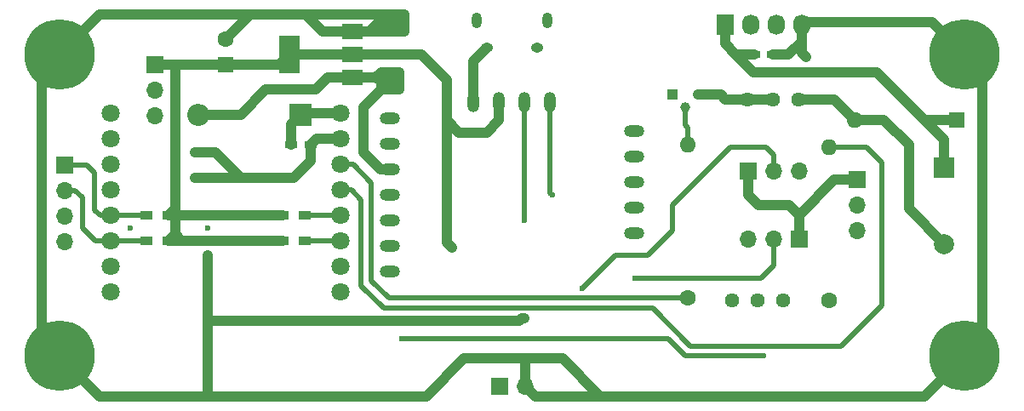
<source format=gbl>
G04 #@! TF.FileFunction,Copper,L2,Bot,Signal*
%FSLAX46Y46*%
G04 Gerber Fmt 4.6, Leading zero omitted, Abs format (unit mm)*
G04 Created by KiCad (PCBNEW 4.0.7) date 08/13/18 20:02:33*
%MOMM*%
%LPD*%
G01*
G04 APERTURE LIST*
%ADD10C,0.100000*%
%ADD11R,2.000000X2.000000*%
%ADD12C,2.000000*%
%ADD13R,1.200000X0.750000*%
%ADD14R,1.600000X1.600000*%
%ADD15C,1.600000*%
%ADD16O,1.600000X1.600000*%
%ADD17C,7.000000*%
%ADD18O,1.250000X0.950000*%
%ADD19O,1.000000X1.550000*%
%ADD20R,1.700000X1.700000*%
%ADD21O,1.700000X1.700000*%
%ADD22C,1.000000*%
%ADD23R,1.000000X1.000000*%
%ADD24R,1.200000X0.900000*%
%ADD25C,1.440000*%
%ADD26R,1.727200X2.032000*%
%ADD27O,1.727200X2.032000*%
%ADD28R,2.000000X3.800000*%
%ADD29R,2.000000X1.500000*%
%ADD30C,1.800000*%
%ADD31O,2.000000X1.200000*%
%ADD32O,1.200000X2.000000*%
%ADD33R,2.200000X2.200000*%
%ADD34O,2.200000X2.200000*%
%ADD35C,0.600000*%
%ADD36C,1.000000*%
%ADD37C,0.500000*%
G04 APERTURE END LIST*
D10*
D11*
X93000000Y-16250000D03*
D12*
X93000000Y-23850000D03*
D13*
X74050000Y-5000000D03*
X75950000Y-5000000D03*
X28050000Y-14000000D03*
X29950000Y-14000000D03*
D14*
X21500000Y-6000000D03*
D15*
X21500000Y-3500000D03*
D14*
X94250000Y-11500000D03*
D16*
X84090000Y-11500000D03*
D17*
X5000000Y-5000000D03*
X5000000Y-35000000D03*
X95000000Y-5000000D03*
X95000000Y-35000000D03*
D18*
X52500000Y-4350000D03*
X47500000Y-4350000D03*
D19*
X53500000Y-1650000D03*
X46500000Y-1650000D03*
D20*
X14500000Y-6000000D03*
D21*
X14500000Y-8540000D03*
X14500000Y-11080000D03*
D22*
X67270000Y-10270000D03*
X68540000Y-9000000D03*
D23*
X66000000Y-9000000D03*
D20*
X48750000Y-38000000D03*
D21*
X51290000Y-38000000D03*
D15*
X67500000Y-29250000D03*
D16*
X67500000Y-14010000D03*
D15*
X81500000Y-29500000D03*
D16*
X81500000Y-14260000D03*
D24*
X15850000Y-21000000D03*
X13650000Y-21000000D03*
X15850000Y-23500000D03*
X13650000Y-23500000D03*
X27150000Y-23500000D03*
X29350000Y-23500000D03*
X27150000Y-21000000D03*
X29350000Y-21000000D03*
D25*
X78500000Y-9500000D03*
X75960000Y-9500000D03*
X73420000Y-9500000D03*
X77000000Y-29500000D03*
X74460000Y-29500000D03*
X71920000Y-29500000D03*
D26*
X71190000Y-2000000D03*
D27*
X73730000Y-2000000D03*
X76270000Y-2000000D03*
X78810000Y-2000000D03*
D28*
X27850000Y-5000000D03*
D29*
X34150000Y-5000000D03*
X34150000Y-7300000D03*
X34150000Y-2700000D03*
D20*
X5500000Y-16000000D03*
D21*
X5500000Y-18540000D03*
X5500000Y-21080000D03*
X5500000Y-23620000D03*
D20*
X84364000Y-17460000D03*
D21*
X84364000Y-20000000D03*
X84364000Y-22540000D03*
D20*
X73460000Y-16636000D03*
D21*
X76000000Y-16636000D03*
X78540000Y-16636000D03*
D20*
X78540000Y-23364000D03*
D21*
X76000000Y-23364000D03*
X73460000Y-23364000D03*
D30*
X32930000Y-28660000D03*
X32930000Y-26120000D03*
X32930000Y-23580000D03*
X32930000Y-21040000D03*
X32930000Y-18500000D03*
X32930000Y-15960000D03*
X32930000Y-13420000D03*
X32930000Y-10880000D03*
X10070000Y-10880000D03*
X10070000Y-13420000D03*
X10070000Y-15960000D03*
X10070000Y-18500000D03*
X10070000Y-21040000D03*
X10070000Y-23580000D03*
X10070000Y-26120000D03*
X10070000Y-28660000D03*
D31*
X37866000Y-11380000D03*
X37866000Y-13920000D03*
X62134000Y-12650000D03*
X37866000Y-16460000D03*
X62134000Y-15190000D03*
X37866000Y-19000000D03*
X62134000Y-17730000D03*
X37866000Y-21540000D03*
X62134000Y-20270000D03*
X37866000Y-24080000D03*
X62134000Y-22810000D03*
X37866000Y-26620000D03*
D32*
X46190000Y-9713000D03*
X48730000Y-9713000D03*
X51270000Y-9713000D03*
X53810000Y-9713000D03*
D33*
X29000000Y-11000000D03*
D34*
X18840000Y-11000000D03*
D35*
X37000000Y-8500000D03*
X38750000Y-8500000D03*
X37000000Y-6750000D03*
X38750000Y-6750000D03*
X18500000Y-14750000D03*
X18500000Y-17250000D03*
X51250000Y-31250000D03*
X19750000Y-25000000D03*
X19750000Y-22250000D03*
X12000000Y-22250000D03*
X79250000Y-5250000D03*
X37500000Y-2750000D03*
X39250000Y-2750000D03*
X39250000Y-1000000D03*
X37500000Y-1000000D03*
X44000000Y-24250000D03*
X51250000Y-21500000D03*
X54000000Y-19000000D03*
X39000000Y-33250000D03*
X75000000Y-35000000D03*
X57000000Y-28250000D03*
X62250000Y-27250000D03*
D36*
X93000000Y-16250000D02*
X93000000Y-13500000D01*
X93000000Y-13500000D02*
X91000000Y-11500000D01*
X94250000Y-11500000D02*
X91000000Y-11500000D01*
X91000000Y-11500000D02*
X86250000Y-6750000D01*
X72250000Y-5000000D02*
X74000000Y-6750000D01*
X74000000Y-6750000D02*
X86250000Y-6750000D01*
X71190000Y-2000000D02*
X71190000Y-3940000D01*
X72250000Y-5000000D02*
X74050000Y-5000000D01*
X71190000Y-3940000D02*
X72250000Y-5000000D01*
X34150000Y-7300000D02*
X31700000Y-7300000D01*
X23000000Y-11000000D02*
X18840000Y-11000000D01*
X25500000Y-8500000D02*
X23000000Y-11000000D01*
X30500000Y-8500000D02*
X25500000Y-8500000D01*
X31700000Y-7300000D02*
X30500000Y-8500000D01*
X37866000Y-16460000D02*
X36960000Y-16460000D01*
X36960000Y-16460000D02*
X35250000Y-14750000D01*
X35250000Y-14750000D02*
X35250000Y-10250000D01*
X35250000Y-10250000D02*
X37000000Y-8500000D01*
X18760000Y-11080000D02*
X18840000Y-11000000D01*
X38750000Y-8500000D02*
X37000000Y-8500000D01*
X37000000Y-6750000D02*
X38750000Y-6750000D01*
X38750000Y-7500000D02*
X37250000Y-7500000D01*
X37250000Y-7500000D02*
X37000000Y-7750000D01*
X37000000Y-8500000D02*
X37000000Y-7750000D01*
X34150000Y-7300000D02*
X36450000Y-7300000D01*
X36450000Y-7300000D02*
X37000000Y-6750000D01*
X38750000Y-6750000D02*
X38750000Y-7500000D01*
X38750000Y-7500000D02*
X38750000Y-8500000D01*
X37000000Y-7750000D02*
X36500000Y-7250000D01*
X78500000Y-9500000D02*
X82090000Y-9500000D01*
X82090000Y-9500000D02*
X84090000Y-11500000D01*
X84090000Y-11500000D02*
X87000000Y-11500000D01*
X87000000Y-11500000D02*
X89500000Y-14000000D01*
X89500000Y-14000000D02*
X89500000Y-20350000D01*
X89500000Y-20350000D02*
X93000000Y-23850000D01*
X3250000Y-9000000D02*
X3250000Y-6750000D01*
X3250000Y-6750000D02*
X5000000Y-5000000D01*
X3250000Y-9000000D02*
X3250000Y-33250000D01*
X3250000Y-33250000D02*
X5000000Y-35000000D01*
X96750000Y-31250000D02*
X96750000Y-33250000D01*
X96750000Y-33250000D02*
X95000000Y-35000000D01*
X96750000Y-31250000D02*
X96750000Y-6750000D01*
X96750000Y-6750000D02*
X95000000Y-5000000D01*
X23750000Y-17250000D02*
X23000000Y-17250000D01*
X20500000Y-14750000D02*
X18500000Y-14750000D01*
X23000000Y-17250000D02*
X20500000Y-14750000D01*
X29950000Y-14000000D02*
X29950000Y-15550000D01*
X28250000Y-17250000D02*
X23750000Y-17250000D01*
X23750000Y-17250000D02*
X18500000Y-17250000D01*
X29950000Y-15550000D02*
X28250000Y-17250000D01*
X19750000Y-31500000D02*
X50750000Y-31500000D01*
X51000000Y-31250000D02*
X51250000Y-31250000D01*
X50750000Y-31500000D02*
X51000000Y-31250000D01*
X19750000Y-25000000D02*
X19750000Y-31500000D01*
X19750000Y-31500000D02*
X19750000Y-39000000D01*
X58750000Y-39000000D02*
X52290000Y-39000000D01*
X52290000Y-39000000D02*
X51290000Y-38000000D01*
X51290000Y-38000000D02*
X51290000Y-35250000D01*
X5000000Y-35000000D02*
X9000000Y-39000000D01*
X91000000Y-39000000D02*
X95000000Y-35000000D01*
X58750000Y-39000000D02*
X91000000Y-39000000D01*
X55000000Y-35250000D02*
X58750000Y-39000000D01*
X45250000Y-35250000D02*
X51290000Y-35250000D01*
X51290000Y-35250000D02*
X55000000Y-35250000D01*
X41500000Y-39000000D02*
X45250000Y-35250000D01*
X9000000Y-39000000D02*
X19750000Y-39000000D01*
X19750000Y-39000000D02*
X41500000Y-39000000D01*
X73460000Y-16636000D02*
X73460000Y-18960000D01*
X77580000Y-20000000D02*
X78540000Y-20960000D01*
X74500000Y-20000000D02*
X77580000Y-20000000D01*
X73460000Y-18960000D02*
X74500000Y-20000000D01*
X78540000Y-23364000D02*
X78540000Y-20960000D01*
X82040000Y-17460000D02*
X84364000Y-17460000D01*
X78540000Y-20960000D02*
X82040000Y-17460000D01*
X78810000Y-3500000D02*
X78810000Y-4810000D01*
X78810000Y-4810000D02*
X79250000Y-5250000D01*
X95000000Y-5000000D02*
X91750000Y-1750000D01*
X91750000Y-1750000D02*
X79060000Y-1750000D01*
X79060000Y-1750000D02*
X78810000Y-2000000D01*
X75950000Y-5000000D02*
X77500000Y-5000000D01*
X78810000Y-3690000D02*
X78810000Y-3500000D01*
X78810000Y-3500000D02*
X78810000Y-2000000D01*
X77500000Y-5000000D02*
X78810000Y-3690000D01*
X24000000Y-1000000D02*
X9000000Y-1000000D01*
X9000000Y-1000000D02*
X5000000Y-5000000D01*
X34150000Y-2700000D02*
X31200000Y-2700000D01*
X31200000Y-2700000D02*
X29500000Y-1000000D01*
X37500000Y-1000000D02*
X29500000Y-1000000D01*
X29500000Y-1000000D02*
X24000000Y-1000000D01*
X24000000Y-1000000D02*
X21500000Y-3500000D01*
X46190000Y-9713000D02*
X46190000Y-5660000D01*
X46190000Y-5660000D02*
X47500000Y-4350000D01*
X32930000Y-13420000D02*
X30530000Y-13420000D01*
X30530000Y-13420000D02*
X29950000Y-14000000D01*
X39250000Y-1000000D02*
X37500000Y-1000000D01*
X39250000Y-2750000D02*
X37500000Y-2750000D01*
X39250000Y-1750000D02*
X36750000Y-1750000D01*
X34150000Y-2700000D02*
X35800000Y-2700000D01*
X35800000Y-2700000D02*
X36750000Y-1750000D01*
X37500000Y-2750000D02*
X35750000Y-2750000D01*
X39250000Y-1000000D02*
X39250000Y-1750000D01*
X39250000Y-1750000D02*
X39250000Y-2750000D01*
X36750000Y-1750000D02*
X37500000Y-1000000D01*
X17500000Y-23500000D02*
X17150000Y-23500000D01*
X17150000Y-23500000D02*
X16500000Y-22850000D01*
X27150000Y-23500000D02*
X17500000Y-23500000D01*
X17500000Y-23500000D02*
X15850000Y-23500000D01*
X27150000Y-21000000D02*
X16500000Y-21000000D01*
X16500000Y-20000000D02*
X16500000Y-21000000D01*
X16500000Y-21000000D02*
X16500000Y-22850000D01*
X16500000Y-22850000D02*
X15850000Y-23500000D01*
X16500000Y-6000000D02*
X16500000Y-20000000D01*
X16500000Y-20000000D02*
X16500000Y-20350000D01*
X16500000Y-20350000D02*
X15850000Y-21000000D01*
X43500000Y-23750000D02*
X43500000Y-11500000D01*
X44000000Y-24250000D02*
X43500000Y-23750000D01*
X34150000Y-5000000D02*
X41000000Y-5000000D01*
X41000000Y-5000000D02*
X43500000Y-7500000D01*
X43500000Y-7500000D02*
X43500000Y-11500000D01*
X48730000Y-11520000D02*
X48730000Y-9713000D01*
X43500000Y-11500000D02*
X44750000Y-12750000D01*
X44750000Y-12750000D02*
X47500000Y-12750000D01*
X47500000Y-12750000D02*
X48730000Y-11520000D01*
X14500000Y-6000000D02*
X16500000Y-6000000D01*
X16500000Y-6000000D02*
X21500000Y-6000000D01*
X34150000Y-5000000D02*
X27850000Y-5000000D01*
X27850000Y-5000000D02*
X26850000Y-6000000D01*
X26850000Y-6000000D02*
X21500000Y-6000000D01*
D37*
X67500000Y-14010000D02*
X67500000Y-12250000D01*
X67500000Y-12250000D02*
X67270000Y-12020000D01*
X67270000Y-12020000D02*
X67270000Y-10270000D01*
D36*
X73420000Y-9500000D02*
X75960000Y-9500000D01*
X73420000Y-9500000D02*
X71250000Y-9500000D01*
X70750000Y-9000000D02*
X68540000Y-9000000D01*
X71250000Y-9500000D02*
X70750000Y-9000000D01*
D37*
X67500000Y-29250000D02*
X37750000Y-29250000D01*
X34210000Y-15960000D02*
X36000000Y-17750000D01*
X36000000Y-17750000D02*
X36000000Y-27500000D01*
X36000000Y-27500000D02*
X37750000Y-29250000D01*
X34210000Y-15960000D02*
X32930000Y-15960000D01*
X32930000Y-18500000D02*
X34000000Y-18500000D01*
X85260000Y-14260000D02*
X81500000Y-14260000D01*
X86750000Y-15750000D02*
X85260000Y-14260000D01*
X86750000Y-30000000D02*
X86750000Y-15750000D01*
X82750000Y-34000000D02*
X86750000Y-30000000D01*
X67750000Y-34000000D02*
X82750000Y-34000000D01*
X64000000Y-30250000D02*
X67750000Y-34000000D01*
X37250000Y-30250000D02*
X64000000Y-30250000D01*
X35000000Y-28000000D02*
X37250000Y-30250000D01*
X35000000Y-19500000D02*
X35000000Y-28000000D01*
X34000000Y-18500000D02*
X35000000Y-19500000D01*
X5500000Y-16000000D02*
X7750000Y-16000000D01*
X9040000Y-21040000D02*
X10070000Y-21040000D01*
X8500000Y-20500000D02*
X9040000Y-21040000D01*
X8500000Y-16750000D02*
X8500000Y-20500000D01*
X7750000Y-16000000D02*
X8500000Y-16750000D01*
X13650000Y-21000000D02*
X10110000Y-21000000D01*
X10110000Y-21000000D02*
X10070000Y-21040000D01*
X5500000Y-18540000D02*
X6540000Y-18540000D01*
X8580000Y-23580000D02*
X10070000Y-23580000D01*
X7250000Y-22250000D02*
X8580000Y-23580000D01*
X7250000Y-19250000D02*
X7250000Y-22250000D01*
X6540000Y-18540000D02*
X7250000Y-19250000D01*
X10070000Y-23580000D02*
X13570000Y-23580000D01*
X13570000Y-23580000D02*
X13650000Y-23500000D01*
X32930000Y-23580000D02*
X29430000Y-23580000D01*
X29430000Y-23580000D02*
X29350000Y-23500000D01*
X51270000Y-9713000D02*
X51270000Y-21480000D01*
X51270000Y-21480000D02*
X51250000Y-21500000D01*
X32930000Y-21040000D02*
X29390000Y-21040000D01*
X29390000Y-21040000D02*
X29350000Y-21000000D01*
X53810000Y-9713000D02*
X53810000Y-18810000D01*
X53810000Y-18810000D02*
X54000000Y-19000000D01*
X65500000Y-33250000D02*
X39000000Y-33250000D01*
X67250000Y-35000000D02*
X65500000Y-33250000D01*
X75000000Y-35000000D02*
X67250000Y-35000000D01*
X76000000Y-16636000D02*
X76000000Y-15000000D01*
X60250000Y-25000000D02*
X57000000Y-28250000D01*
X63500000Y-25000000D02*
X60250000Y-25000000D01*
X66000000Y-22500000D02*
X63500000Y-25000000D01*
X66000000Y-20000000D02*
X66000000Y-22500000D01*
X71750000Y-14250000D02*
X66000000Y-20000000D01*
X75250000Y-14250000D02*
X71750000Y-14250000D01*
X76000000Y-15000000D02*
X75250000Y-14250000D01*
X76000000Y-26000000D02*
X74750000Y-27250000D01*
X74750000Y-27250000D02*
X62250000Y-27250000D01*
X76000000Y-23364000D02*
X76000000Y-26000000D01*
D36*
X32930000Y-10880000D02*
X29120000Y-10880000D01*
X29120000Y-10880000D02*
X29000000Y-11000000D01*
X28050000Y-14000000D02*
X28050000Y-11950000D01*
X28050000Y-11950000D02*
X29000000Y-11000000D01*
M02*

</source>
